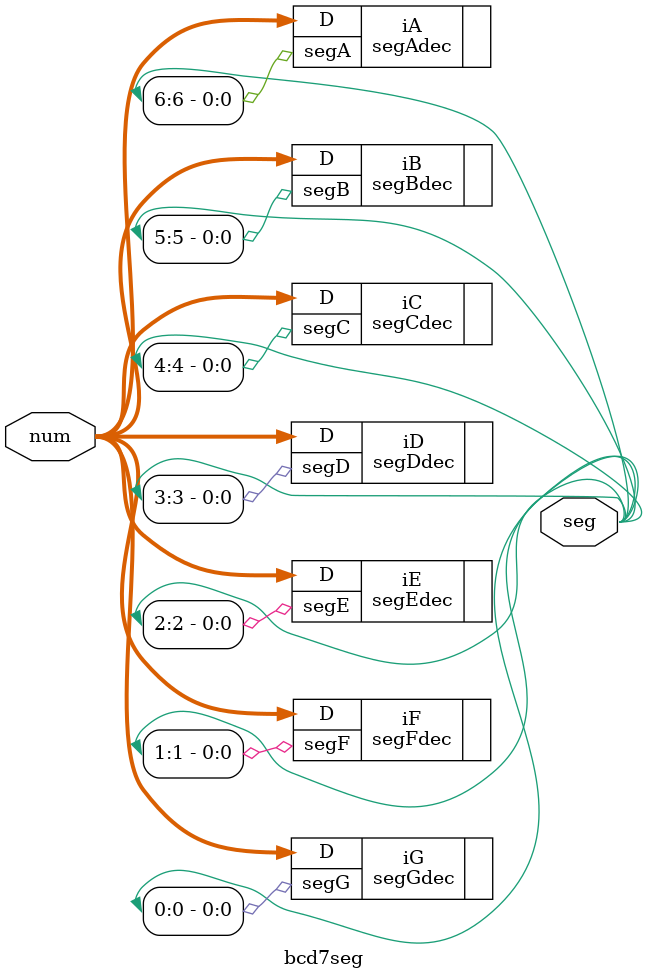
<source format=sv>
module bcd7seg(
  input 	[3:0] num,		// BCD number to display
  output	[6:0] seg		// seg[6]=A, seg[5]=B, ...
);

  ////////////////////////////////////////
  // Instantiate the 7 segment drivers //
  //////////////////////////////////////
  segAdec iA(.D(num),.segA(seg[6]));
  segBdec iB(.D(num),.segB(seg[5]));
  segCdec iC(.D(num),.segC(seg[4]));
  segDdec iD(.D(num),.segD(seg[3]));
  segEdec iE(.D(num),.segE(seg[2]));
  segFdec iF(.D(num),.segF(seg[1]));
  segGdec iG(.D(num),.segG(seg[0]));

endmodule  
</source>
